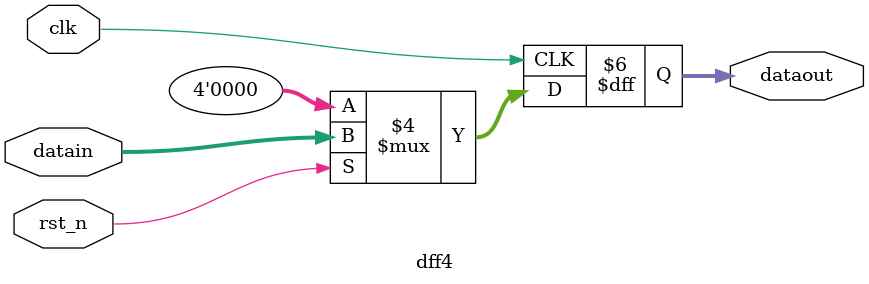
<source format=v>
module dff4 (clk,rst_n,datain,dataout);
	input clk,rst_n;
	input [3:0] datain;
	output [3:0] dataout;
	
	reg [3:0] dataout;
	
	always @(posedge clk)
		if (!rst_n)	dataout<=4'b0;
		else	dataout<=datain;
endmodule

</source>
